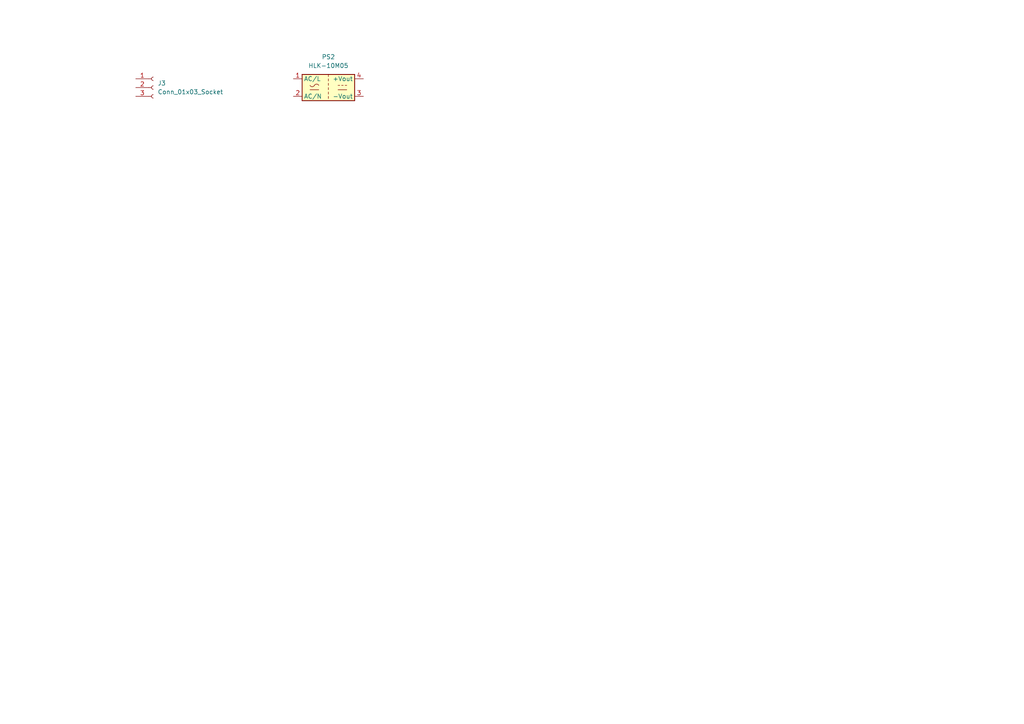
<source format=kicad_sch>
(kicad_sch (version 20230121) (generator eeschema)
  (paper "A4")
  (lib_symbols
    (symbol "Connector:Conn_01x03_Socket" (pin_names (offset 1.016) hide)
      (property "Reference" "J" (at 0 5.08 0))
      (property "Value" "Conn_01x03_Socket" (at 0 -5.08 0))
      (symbol "Conn_01x03_Socket_1_1"
        (arc (start 0 -2.032) (mid -0.5058 -2.54) (end 0 -3.048) (stroke (width 0.1524)))
        (polyline (pts (xy -1.27 -2.54) (xy -0.508 -2.54)) (stroke (width 0.1524)))
        (polyline (pts (xy -1.27 0) (xy -0.508 0)) (stroke (width 0.1524)))
        (polyline (pts (xy -1.27 2.54) (xy -0.508 2.54)) (stroke (width 0.1524)))
        (arc (start 0 0.508) (mid -0.5058 0) (end 0 -0.508) (stroke (width 0.1524)))
        (arc (start 0 3.048) (mid -0.5058 2.54) (end 0 2.032) (stroke (width 0.1524)))
        (pin passive line (at -5.08 2.54 0) (length 3.81) (name "Pin_1") (number "1"))
        (pin passive line (at -5.08 0 0) (length 3.81) (name "Pin_2") (number "2"))
        (pin passive line (at -5.08 -2.54 0) (length 3.81) (name "Pin_3") (number "3"))
      )
    )
    (symbol "Converter_ACDC:HLK-10M05"
      (property "Reference" "PS" (at 0 5.08 0))
      (property "Value" "HLK-10M05" (at 0 -5.08 0))
      (symbol "HLK-10M05_0_1"
        (rectangle (start -7.62 3.81) (end 7.62 -3.81) (stroke (width 0.254)) (fill (type background)))
        (arc (start -5.334 0.635) (mid -4.699 0.2495) (end -4.064 0.635))
        (arc (start -2.794 0.635) (mid -3.429 1.0072) (end -4.064 0.635))
        (polyline (pts (xy -5.334 -0.635) (xy -2.794 -0.635)))
        (polyline (pts (xy 0 -2.54) (xy 0 -3.175)))
        (polyline (pts (xy 0 -1.27) (xy 0 -1.905)))
        (polyline (pts (xy 0 0) (xy 0 -0.635)))
        (polyline (pts (xy 0 1.27) (xy 0 0.635)))
        (polyline (pts (xy 0 2.54) (xy 0 1.905)))
        (polyline (pts (xy 0 3.81) (xy 0 3.175)))
        (polyline (pts (xy 2.794 -0.635) (xy 5.334 -0.635)))
        (polyline (pts (xy 2.794 0.635) (xy 3.302 0.635)))
        (polyline (pts (xy 3.81 0.635) (xy 4.318 0.635)))
        (polyline (pts (xy 4.826 0.635) (xy 5.334 0.635)))
      )
      (symbol "HLK-10M05_1_1"
        (pin power_in line (at -10.16 2.54 0) (length 2.54) (name "AC/L") (number "1"))
        (pin power_in line (at -10.16 -2.54 0) (length 2.54) (name "AC/N") (number "2"))
        (pin power_out line (at 10.16 -2.54 180) (length 2.54) (name "-Vout") (number "3"))
        (pin power_out line (at 10.16 2.54 180) (length 2.54) (name "+Vout") (number "4"))
      )
    )
  )
  (symbol (lib_id "Converter_ACDC:HLK-10M05") (at 95.25 25.4 0) (unit 1)
    (property "Reference" "PS2" (at 95.25 16.51 0))
    (property "Value" "HLK-10M05" (at 95.25 19.05 0))
    (property "Footprint" "Converter_ACDC:Converter_ACDC_HiLink_HLK-10Mxx" (effects hide))
    (property "Datasheet" "http://h.hlktech.com/download/ACDC%E7%94%B5%E6%BA%90%E6%A8%A1%E5%9D%9710W%E7%B3%BB%E5%88%97/1/%E6%B5%B7%E5%87%8C%E7%A7%9110W%E7%B3%BB%E5%88%97%E7%94%B5%E6%BA%90%E6%A8%A1%E5%9D%97%E8%A7%84%E6%A0%BC%E4%B9%A6V1.8.pdf" (effects hide))
  )
  (symbol (lib_id "Connector:Conn_01x03_Socket") (at 44.45 25.4 0) (unit 1)
    (property "Reference" "J3" (at 45.72 24.13 0) (effects (justify left)))
    (property "Value" "Conn_01x03_Socket" (at 45.72 26.67 0) (effects (justify left)))
  )
)
</source>
